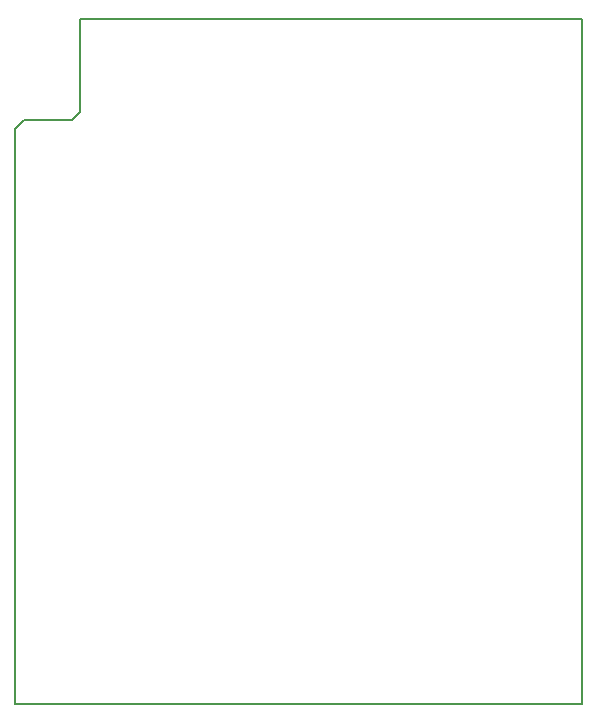
<source format=gko>
G04*
G04 #@! TF.GenerationSoftware,Altium Limited,Altium Designer,18.1.7 (191)*
G04*
G04 Layer_Color=16711935*
%FSLAX24Y24*%
%MOIN*%
G70*
G01*
G75*
%ADD11C,0.0079*%
D11*
X0Y0D02*
Y19163D01*
X295Y19459D01*
X2165Y19734D02*
Y22835D01*
X1890Y19459D02*
X2165Y19734D01*
X295Y19459D02*
X1890D01*
X2165Y22835D02*
X18898Y22835D01*
Y0D02*
Y22835D01*
X0Y0D02*
X18898D01*
M02*

</source>
